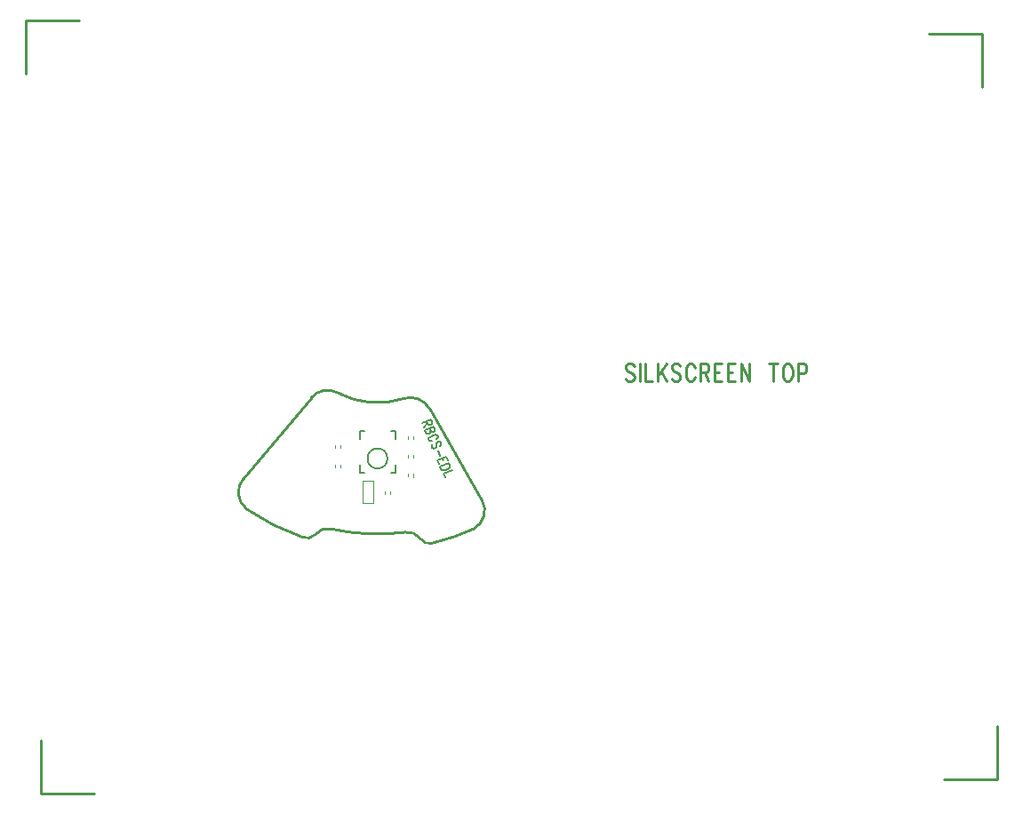
<source format=gbr>
*
*
G04 PADS 9.3 Build Number: 433611 generated Gerber (RS-274-X) file*
G04 PC Version=2.1*
*
%IN "LCORE_2.pcb"*%
*
%MOIN*%
*
%FSLAX35Y35*%
*
*
*
*
G04 PC Standard Apertures*
*
*
G04 Thermal Relief Aperture macro.*
%AMTER*
1,1,$1,0,0*
1,0,$1-$2,0,0*
21,0,$3,$4,0,0,45*
21,0,$3,$4,0,0,135*
%
*
*
G04 Annular Aperture macro.*
%AMANN*
1,1,$1,0,0*
1,0,$2,0,0*
%
*
*
G04 Odd Aperture macro.*
%AMODD*
1,1,$1,0,0*
1,0,$1-0.005,0,0*
%
*
*
G04 PC Custom Aperture Macros*
*
*
*
*
*
*
G04 PC Aperture Table*
*
%ADD010C,0.001*%
%ADD011C,0.004*%
%ADD012C,0.01*%
%ADD013C,0.00591*%
%ADD026C,0.00787*%
*
*
*
*
G04 PC Circuitry*
G04 Layer Name LCORE_2.pcb - circuitry*
%LPD*%
*
*
G04 PC Custom Flashes*
G04 Layer Name LCORE_2.pcb - flashes*
%LPD*%
*
*
G04 PC Circuitry*
G04 Layer Name LCORE_2.pcb - circuitry*
%LPD*%
*
G54D10*
G54D11*
G01X1961150Y1587957D02*
Y1589079D01*
X1963119Y1587980D02*
Y1588984D01*
X1952489Y1567287D02*
Y1568409D01*
X1954457Y1567311D02*
Y1568315D01*
X1943993Y1563839D02*
X1947993D01*
Y1572239*
X1943993*
Y1563839*
X1935757Y1578437D02*
Y1577315D01*
X1933788Y1578413D02*
Y1577409D01*
X1935757Y1585720D02*
Y1584598D01*
X1933788Y1585697D02*
Y1584693D01*
X1963119Y1581980D02*
Y1580858D01*
X1961150Y1581957D02*
Y1580953D01*
X1963119Y1574894D02*
Y1573772D01*
X1961150Y1574870D02*
Y1573866D01*
G54D12*
X2046025Y1615200D02*
X2045570Y1615825D01*
X2044889Y1616137*
X2043980*
X2043298Y1615825*
X2042843Y1615200*
Y1614575*
X2043070Y1613950*
X2043298Y1613637*
X2043752Y1613325*
X2045116Y1612700*
X2045570Y1612387*
X2045798Y1612075*
X2046025Y1611450*
Y1610512*
X2045570Y1609887*
X2044889Y1609575*
X2043980*
X2043298Y1609887*
X2042843Y1610512*
X2048070Y1616137D02*
Y1609575D01*
X2050116Y1616137D02*
Y1609575D01*
X2052843*
X2054889Y1616137D02*
Y1609575D01*
X2058070Y1616137D02*
X2054889Y1611762D01*
X2056025Y1613325D02*
X2058070Y1609575D01*
X2063298Y1615200D02*
X2062843Y1615825D01*
X2062161Y1616137*
X2061252*
X2060570Y1615825*
X2060116Y1615200*
Y1614575*
X2060343Y1613950*
X2060570Y1613637*
X2061025Y1613325*
X2062389Y1612700*
X2062843Y1612387*
X2063070Y1612075*
X2063298Y1611450*
Y1610512*
X2062843Y1609887*
X2062161Y1609575*
X2061252*
X2060570Y1609887*
X2060116Y1610512*
X2068752Y1614575D02*
X2068525Y1615200D01*
X2068070Y1615825*
X2067616Y1616137*
X2066707*
X2066252Y1615825*
X2065798Y1615200*
X2065570Y1614575*
X2065343Y1613637*
Y1612075*
X2065570Y1611137*
X2065798Y1610512*
X2066252Y1609887*
X2066707Y1609575*
X2067616*
X2068070Y1609887*
X2068525Y1610512*
X2068752Y1611137*
X2070798Y1616137D02*
Y1609575D01*
Y1616137D02*
X2072843D01*
X2073525Y1615825*
X2073752Y1615512*
X2073980Y1614887*
Y1614262*
X2073752Y1613637*
X2073525Y1613325*
X2072843Y1613012*
X2070798*
X2072389D02*
X2073980Y1609575D01*
X2076025Y1616137D02*
Y1609575D01*
Y1616137D02*
X2078980D01*
X2076025Y1613012D02*
X2077843D01*
X2076025Y1609575D02*
X2078980D01*
X2081025Y1616137D02*
Y1609575D01*
Y1616137D02*
X2083980D01*
X2081025Y1613012D02*
X2082843D01*
X2081025Y1609575D02*
X2083980D01*
X2086025Y1616137D02*
Y1609575D01*
Y1616137D02*
X2089207Y1609575D01*
Y1616137D02*
Y1609575D01*
X2098070Y1616137D02*
Y1609575D01*
X2096480Y1616137D02*
X2099661D01*
X2103070D02*
X2102616Y1615825D01*
X2102161Y1615200*
X2101934Y1614575*
X2101707Y1613637*
Y1612075*
X2101934Y1611137*
X2102161Y1610512*
X2102616Y1609887*
X2103070Y1609575*
X2103980*
X2104434Y1609887*
X2104889Y1610512*
X2105116Y1611137*
X2105343Y1612075*
Y1613637*
X2105116Y1614575*
X2104889Y1615200*
X2104434Y1615825*
X2103980Y1616137*
X2103070*
X2107389D02*
Y1609575D01*
Y1616137D02*
X2109434D01*
X2110116Y1615825*
X2110343Y1615512*
X2110570Y1614887*
Y1613950*
X2110343Y1613325*
X2110116Y1613012*
X2109434Y1612700*
X2107389*
X1900788Y1561558D02*
G75*
G03X1921809Y1551031I48934J71466D01*
G01X1921827Y1551025D02*
G03X1926389Y1552091I1471J3999D01*
G01X1932249Y1554225D02*
G03X1926391Y1552092I-1336J-5442D01*
G01X1932289Y1554216D02*
G03X1960292Y1552993I17468J78795D01*
G01X1965815Y1550567D02*
G03X1960269Y1552990I-4781J-3386D01*
G01X1965819Y1550561D02*
G03X1970341Y1548880I3345J2074D01*
G01X1970380Y1548889D02*
G03X1985922Y1554286I-20514J84150D01*
G01X1985913Y1554281D02*
G03X1988944Y1564993I-3840J6872D01*
G01X1988940Y1564999D02*
X1969016Y1599606D01*
X1969018Y1599603D02*
G03X1959686Y1603148I-6910J-4135D01*
G01X1934880Y1605240D02*
G03X1959709Y1603156I14835J27784D01*
G01X1934845Y1605259D02*
G03X1924876Y1603376I-3866J-6861D01*
G01X1924879Y1603379D02*
X1899587Y1573281D01*
X1899585Y1573278D02*
G03X1900763Y1561574I5923J-5315D01*
G01X1837791Y1744944D02*
X1817791D01*
Y1724944*
X1823603Y1475056D02*
Y1455056D01*
X1843603*
X2162209Y1460312D02*
X2182209D01*
Y1480312*
X2176373Y1719944D02*
Y1739944D01*
X2156373*
G54D13*
X1943040Y1578382D02*
Y1575390D01*
X1944772*
X1956426Y1578382D02*
Y1575390D01*
X1954851*
X1956426Y1587988D02*
Y1590980D01*
X1954772*
X1943040Y1587909D02*
Y1590980D01*
X1944772*
X1953473Y1580646D02*
G03X1953473I-3740J0D01*
G54D26*
G01X1969676Y1595274D02*
X1966347Y1593860D01*
X1969676Y1595274D02*
X1970117Y1594236D01*
X1970105Y1593823*
X1969995Y1593640*
X1969727Y1593390*
X1969410Y1593256*
X1969044Y1593236*
X1968837Y1593284*
X1968531Y1593563*
X1968091Y1594601*
X1968433Y1593794D02*
X1967032Y1592246D01*
X1970802Y1592622D02*
X1967472Y1591208D01*
X1970802Y1592622D02*
X1971243Y1591584D01*
X1971231Y1591171*
X1971121Y1590988*
X1970853Y1590738*
X1970536Y1590603*
X1970170Y1590584*
X1969962Y1590632*
X1969657Y1590911*
X1969217Y1591949D02*
X1969657Y1590911D01*
X1969645Y1590498*
X1969536Y1590315*
X1969268Y1590065*
X1968792Y1589863*
X1968426Y1589844*
X1968218Y1589892*
X1967913Y1590170*
X1967472Y1591208*
X1971869Y1587903D02*
X1972137Y1588153D01*
X1972357Y1588518*
X1972417Y1588816*
X1972221Y1589278*
X1971965Y1589441*
X1971550Y1589537*
X1971184Y1589518*
X1970659Y1589431*
X1969867Y1589095*
X1969440Y1588777*
X1969172Y1588527*
X1968953Y1588162*
X1968892Y1587864*
X1969088Y1587403*
X1969344Y1587240*
X1969759Y1587144*
X1970125Y1587163*
X1973312Y1585386D02*
X1973531Y1585751D01*
X1973543Y1586164*
X1973347Y1586625*
X1973042Y1586904*
X1972627Y1587000*
X1972310Y1586866*
X1972042Y1586616*
X1971932Y1586433*
X1971871Y1586135*
X1971848Y1585309*
X1971787Y1585011*
X1971678Y1584828*
X1971409Y1584578*
X1971409D02*
X1970934Y1584376D01*
X1970519Y1584472*
X1970213Y1584751*
X1970018Y1585212*
X1970029Y1585625*
X1970249Y1585991*
X1972326Y1583742D02*
X1973207Y1581667D01*
X1975550Y1581437D02*
X1972220Y1580023D01*
X1975550Y1581437D02*
X1976186Y1579937D01*
X1973964Y1580764D02*
X1974356Y1579841D01*
X1972220Y1580023D02*
X1972857Y1578524D01*
X1976627Y1578900D02*
X1973297Y1577486D01*
X1976627Y1578900D02*
X1976969Y1578093D01*
X1976958Y1577679*
X1976738Y1577314*
X1976470Y1577064*
X1976043Y1576747*
X1975251Y1576410*
X1974726Y1576324*
X1974360Y1576305*
X1973945Y1576401*
X1973640Y1576679*
X1973297Y1577486*
X1977752Y1576248D02*
X1974423Y1574834D01*
X1975010Y1573451*
G74*
X0Y0D02*
M02*

</source>
